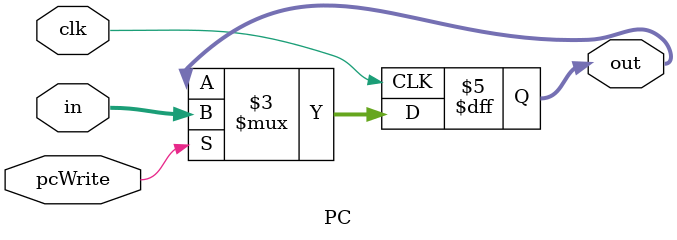
<source format=v>
module PC (clk, pcWrite, in, out);
    input clk, pcWrite;
    input [31:0] in;
    output reg [31:0] out;
    initial out = 0;
    always @ (posedge clk) begin
      if (pcWrite) out <= in;
    end
endmodule
</source>
